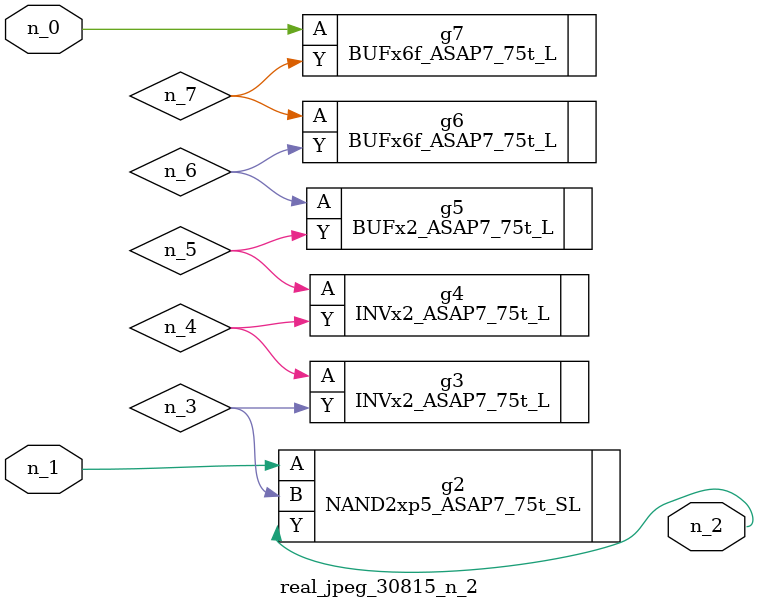
<source format=v>
module real_jpeg_30815_n_2 (n_1, n_0, n_2);

input n_1;
input n_0;

output n_2;

wire n_5;
wire n_4;
wire n_6;
wire n_7;
wire n_3;

BUFx6f_ASAP7_75t_L g7 ( 
.A(n_0),
.Y(n_7)
);

NAND2xp5_ASAP7_75t_SL g2 ( 
.A(n_1),
.B(n_3),
.Y(n_2)
);

INVx2_ASAP7_75t_L g3 ( 
.A(n_4),
.Y(n_3)
);

INVx2_ASAP7_75t_L g4 ( 
.A(n_5),
.Y(n_4)
);

BUFx2_ASAP7_75t_L g5 ( 
.A(n_6),
.Y(n_5)
);

BUFx6f_ASAP7_75t_L g6 ( 
.A(n_7),
.Y(n_6)
);


endmodule
</source>
